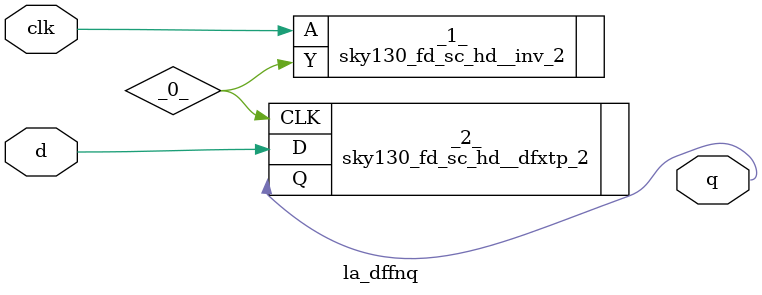
<source format=v>

module la_dffnq(d, clk, q);
  wire _0_;
  input clk;
  input d;
  output q;
  sky130_fd_sc_hd__inv_2 _1_ (
    .A(clk),
    .Y(_0_)
  );
  sky130_fd_sc_hd__dfxtp_2 _2_ (
    .CLK(_0_),
    .D(d),
    .Q(q)
  );
endmodule

</source>
